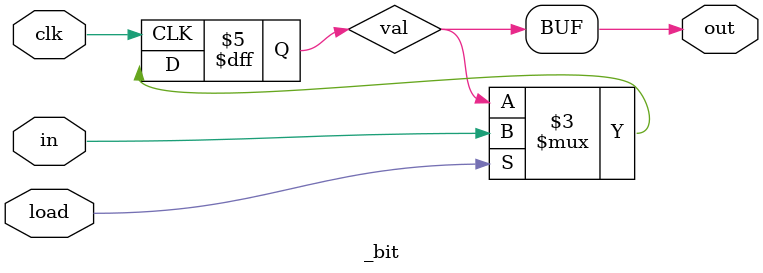
<source format=sv>
`default_nettype none

module _bit(
    input wire clk,
    input wire in,
    input wire load, // 1 -> write
    output wire out
);
    reg val;

    always @(posedge clk) begin
        if (load == 1'b1) begin
            val <= in;
        end
    end

    assign out = val;
endmodule

`default_nettype wire

</source>
